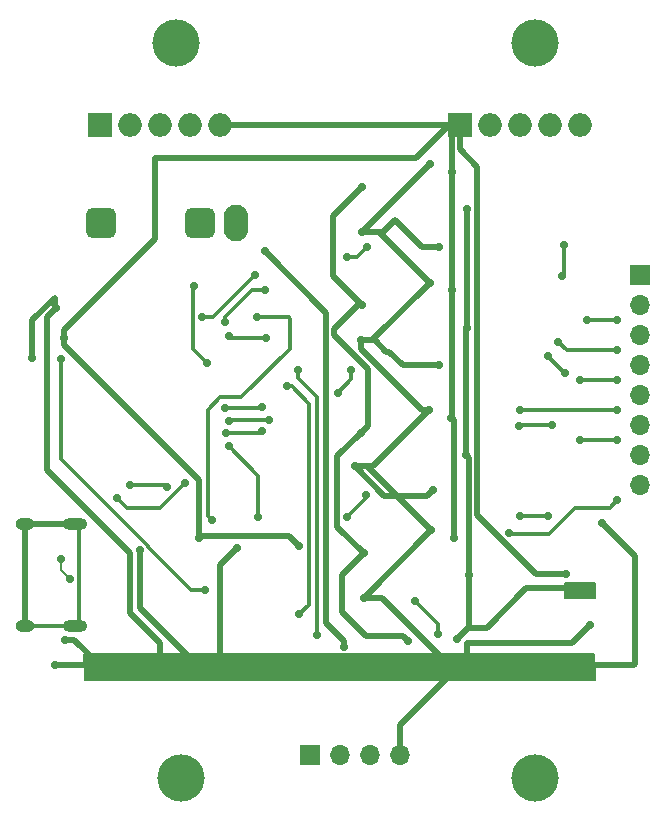
<source format=gbr>
%TF.GenerationSoftware,KiCad,Pcbnew,8.0.5*%
%TF.CreationDate,2024-11-19T03:03:03+05:30*%
%TF.ProjectId,midi,6d696469-2e6b-4696-9361-645f70636258,rev?*%
%TF.SameCoordinates,Original*%
%TF.FileFunction,Copper,L2,Bot*%
%TF.FilePolarity,Positive*%
%FSLAX46Y46*%
G04 Gerber Fmt 4.6, Leading zero omitted, Abs format (unit mm)*
G04 Created by KiCad (PCBNEW 8.0.5) date 2024-11-19 03:03:03*
%MOMM*%
%LPD*%
G01*
G04 APERTURE LIST*
G04 Aperture macros list*
%AMRoundRect*
0 Rectangle with rounded corners*
0 $1 Rounding radius*
0 $2 $3 $4 $5 $6 $7 $8 $9 X,Y pos of 4 corners*
0 Add a 4 corners polygon primitive as box body*
4,1,4,$2,$3,$4,$5,$6,$7,$8,$9,$2,$3,0*
0 Add four circle primitives for the rounded corners*
1,1,$1+$1,$2,$3*
1,1,$1+$1,$4,$5*
1,1,$1+$1,$6,$7*
1,1,$1+$1,$8,$9*
0 Add four rect primitives between the rounded corners*
20,1,$1+$1,$2,$3,$4,$5,0*
20,1,$1+$1,$4,$5,$6,$7,0*
20,1,$1+$1,$6,$7,$8,$9,0*
20,1,$1+$1,$8,$9,$2,$3,0*%
G04 Aperture macros list end*
%TA.AperFunction,Conductor*%
%ADD10C,0.200000*%
%TD*%
%TA.AperFunction,ComponentPad*%
%ADD11RoundRect,0.650000X0.650000X-0.650000X0.650000X0.650000X-0.650000X0.650000X-0.650000X-0.650000X0*%
%TD*%
%TA.AperFunction,ComponentPad*%
%ADD12O,2.100000X3.100000*%
%TD*%
%TA.AperFunction,ComponentPad*%
%ADD13R,1.700000X1.700000*%
%TD*%
%TA.AperFunction,ComponentPad*%
%ADD14O,1.700000X1.700000*%
%TD*%
%TA.AperFunction,ComponentPad*%
%ADD15O,2.100000X1.000000*%
%TD*%
%TA.AperFunction,ComponentPad*%
%ADD16O,1.600000X1.000000*%
%TD*%
%TA.AperFunction,ComponentPad*%
%ADD17R,2.000000X2.000000*%
%TD*%
%TA.AperFunction,ComponentPad*%
%ADD18O,2.000000X2.000000*%
%TD*%
%TA.AperFunction,ViaPad*%
%ADD19C,0.700000*%
%TD*%
%TA.AperFunction,ViaPad*%
%ADD20C,4.000000*%
%TD*%
%TA.AperFunction,Conductor*%
%ADD21C,0.300000*%
%TD*%
%TA.AperFunction,Conductor*%
%ADD22C,0.500000*%
%TD*%
G04 APERTURE END LIST*
D10*
%TO.N,GND*%
X97790000Y-97790000D02*
X54610000Y-97790000D01*
X54533800Y-95580200D01*
X97713800Y-95580200D01*
X97790000Y-97790000D01*
%TA.AperFunction,Conductor*%
G36*
X97790000Y-97790000D02*
G01*
X54610000Y-97790000D01*
X54533800Y-95580200D01*
X97713800Y-95580200D01*
X97790000Y-97790000D01*
G37*
%TD.AperFunction*%
%TO.N,V_MID*%
X97790000Y-90805000D02*
X95250000Y-90805000D01*
X95250000Y-89535000D01*
X97790000Y-89535000D01*
X97790000Y-90805000D01*
%TA.AperFunction,Conductor*%
G36*
X97790000Y-90805000D02*
G01*
X95250000Y-90805000D01*
X95250000Y-89535000D01*
X97790000Y-89535000D01*
X97790000Y-90805000D01*
G37*
%TD.AperFunction*%
%TD*%
D11*
%TO.P,J1,R*%
%TO.N,/esp32/MIDI_IN*%
X64340000Y-59055000D03*
D12*
%TO.P,J1,S*%
%TO.N,MIDI_GND*%
X67440000Y-59055000D03*
D11*
%TO.P,J1,T*%
%TO.N,unconnected-(J1-PadT)*%
X56040000Y-59055000D03*
%TD*%
D13*
%TO.P,J3,1,Pin_1*%
%TO.N,TX*%
X73660000Y-104140000D03*
D14*
%TO.P,J3,2,Pin_2*%
%TO.N,RX*%
X76200000Y-104140000D03*
%TO.P,J3,3,Pin_3*%
%TO.N,MIDI_GND*%
X78740000Y-104140000D03*
%TO.P,J3,4,Pin_4*%
%TO.N,GND*%
X81280000Y-104140000D03*
%TD*%
D15*
%TO.P,J4,S1,SHIELD*%
%TO.N,Net-(J4-SHIELD)*%
X53770000Y-84580000D03*
D16*
X49590000Y-84580000D03*
D15*
X53770000Y-93220000D03*
D16*
X49590000Y-93220000D03*
%TD*%
D13*
%TO.P,J2,1,Pin_1*%
%TO.N,/gate_process/GATE_A_OUT*%
X101600000Y-63500000D03*
D14*
%TO.P,J2,2,Pin_2*%
%TO.N,/gate_process/GATE_B_OUT*%
X101600000Y-66040000D03*
%TO.P,J2,3,Pin_3*%
%TO.N,/gate_process1/GATE_A_OUT*%
X101600000Y-68580000D03*
%TO.P,J2,4,Pin_4*%
%TO.N,/gate_process1/GATE_B_OUT*%
X101600000Y-71120000D03*
%TO.P,J2,5,Pin_5*%
%TO.N,/gate_process2/GATE_A_OUT*%
X101600000Y-73660000D03*
%TO.P,J2,6,Pin_6*%
%TO.N,/gate_process2/GATE_B_OUT*%
X101600000Y-76200000D03*
%TO.P,J2,7,Pin_7*%
%TO.N,/gate_process3/GATE_A_OUT*%
X101600000Y-78740000D03*
%TO.P,J2,8,Pin_8*%
%TO.N,/gate_process3/GATE_B_OUT*%
X101600000Y-81280000D03*
%TD*%
D17*
%TO.P,V_SUPPLY1,1,Pin_1*%
%TO.N,V_SUPPLY*%
X55880000Y-50800000D03*
D18*
%TO.P,V_SUPPLY1,2,Pin_2*%
X58420000Y-50800000D03*
%TO.P,V_SUPPLY1,3,Pin_3*%
X60960000Y-50800000D03*
%TO.P,V_SUPPLY1,4,Pin_4*%
X63500000Y-50800000D03*
%TO.P,V_SUPPLY1,5,Pin_5*%
X66040000Y-50800000D03*
%TD*%
D17*
%TO.P,V_SUPPLY2,1,Pin_1*%
%TO.N,V_SUPPLY*%
X86360000Y-50800000D03*
D18*
%TO.P,V_SUPPLY2,2,Pin_2*%
X88900000Y-50800000D03*
%TO.P,V_SUPPLY2,3,Pin_3*%
X91440000Y-50800000D03*
%TO.P,V_SUPPLY2,4,Pin_4*%
X93980000Y-50800000D03*
%TO.P,V_SUPPLY2,5,Pin_5*%
X96520000Y-50800000D03*
%TD*%
D17*
%TO.P,GND2,1,Pin_1*%
%TO.N,GND*%
X86360000Y-96520000D03*
D18*
%TO.P,GND2,2,Pin_2*%
X88900000Y-96520000D03*
%TO.P,GND2,3,Pin_3*%
X91440000Y-96520000D03*
%TO.P,GND2,4,Pin_4*%
X93980000Y-96520000D03*
%TO.P,GND2,5,Pin_5*%
X96520000Y-96520000D03*
%TD*%
D17*
%TO.P,GND1,1,Pin_1*%
%TO.N,GND*%
X55880000Y-96520000D03*
D18*
%TO.P,GND1,2,Pin_2*%
X58420000Y-96520000D03*
%TO.P,GND1,3,Pin_3*%
X60960000Y-96520000D03*
%TO.P,GND1,4,Pin_4*%
X63500000Y-96520000D03*
%TO.P,GND1,5,Pin_5*%
X66040000Y-96520000D03*
%TD*%
D19*
%TO.N,/esp32/GATE_6*%
X78435200Y-82092800D03*
%TO.N,Net-(SW2-B)*%
X64770000Y-90170000D03*
X52578000Y-70612000D03*
%TO.N,GND*%
X57353200Y-82372200D03*
X63144400Y-81102200D03*
%TO.N,Net-(SW1-B)*%
X69215000Y-67056000D03*
X65405000Y-84201000D03*
%TO.N,GND*%
X84582000Y-61087000D03*
X84595165Y-71133165D03*
X84124800Y-81686400D03*
X67528500Y-86578500D03*
X50165000Y-70485000D03*
%TO.N,V_MID*%
X96489499Y-90012499D03*
%TO.N,GND*%
X97409000Y-93091000D03*
%TO.N,V_SUPPLY*%
X95377000Y-88773000D03*
%TO.N,V_MID*%
X86156800Y-94284800D03*
X81991200Y-94437200D03*
%TO.N,MIDI_GND*%
X76555600Y-94930200D03*
X69850000Y-61468000D03*
%TO.N,RX*%
X74295000Y-93929200D03*
X72720200Y-71526400D03*
%TO.N,TX*%
X71780400Y-72898000D03*
X72771000Y-92208002D03*
%TO.N,/esp32/MIDI_IN*%
X63881000Y-64389000D03*
X64960500Y-70929500D03*
%TO.N,/esp32/GATE_8*%
X82575400Y-91084400D03*
X84531200Y-93878400D03*
X69316600Y-83972400D03*
X66802000Y-77993000D03*
%TO.N,/esp32/GATE_7*%
X61581573Y-81383070D03*
X58445400Y-81280000D03*
%TO.N,/esp32/GATE_6*%
X69596000Y-76682600D03*
X66548000Y-76809600D03*
X76835000Y-83921600D03*
%TO.N,/esp32/GATE_5*%
X70205600Y-75717400D03*
X66827400Y-75869800D03*
%TO.N,/esp32/GATE_4*%
X77165200Y-71475600D03*
X69646800Y-74650600D03*
X66497200Y-74752200D03*
X76047600Y-73431400D03*
%TO.N,/esp32/GATE_3*%
X69977000Y-68834000D03*
X66878200Y-68630800D03*
%TO.N,/esp32/GATE_2*%
X69870398Y-64775002D03*
X66522600Y-67462400D03*
X76835000Y-61976000D03*
X78562200Y-61061600D03*
%TO.N,/esp32/GATE_1*%
X69011800Y-63449200D03*
X64592200Y-67005200D03*
%TO.N,V_SUPPLY*%
X72796400Y-86436200D03*
%TO.N,GND*%
X59284500Y-86716500D03*
%TO.N,V_SUPPLY*%
X64262000Y-85725000D03*
X52832000Y-68775000D03*
%TO.N,GND*%
X52197000Y-66265000D03*
X52959000Y-94361000D03*
D20*
%TO.N,*%
X62377580Y-43815000D03*
X62784908Y-106045000D03*
X92710000Y-106045000D03*
X92710000Y-106045000D03*
X92710000Y-106045000D03*
X92710000Y-43815000D03*
X92710000Y-43815000D03*
X92710000Y-43815000D03*
X92710000Y-106045000D03*
X62377580Y-43815000D03*
X62784908Y-106045000D03*
X62784908Y-106045000D03*
X92710000Y-43815000D03*
X62784908Y-106045000D03*
X62377580Y-43815000D03*
X62377580Y-43815000D03*
D19*
%TO.N,GND*%
X83950000Y-85090000D03*
X77978000Y-69011800D03*
X83820000Y-54105000D03*
X78105000Y-59820000D03*
X83732500Y-74930000D03*
X98425000Y-84455000D03*
X78235000Y-90805000D03*
X77470000Y-79654400D03*
X52070000Y-96520000D03*
X83819090Y-64135000D03*
%TO.N,V_SUPPLY*%
X85637500Y-75565000D03*
X85855000Y-85725000D03*
X85725000Y-54740000D03*
X85724090Y-64770000D03*
%TO.N,Net-(D2-A)*%
X95224600Y-60909200D03*
X95046800Y-63525400D03*
%TO.N,Net-(U1-IO19)*%
X53411473Y-89250000D03*
X52654200Y-87503000D03*
%TO.N,V_MID*%
X86995000Y-57915000D03*
X78235000Y-86995000D03*
X78105000Y-56010000D03*
X87125000Y-88900000D03*
X78104090Y-66040000D03*
X86907500Y-78740000D03*
X78017500Y-76835000D03*
X86994090Y-67945000D03*
%TO.N,Net-(D4-A)*%
X93878400Y-70307200D03*
X95250000Y-71805800D03*
%TO.N,Net-(D6-A)*%
X91389200Y-76250800D03*
X94183200Y-76200000D03*
%TO.N,Net-(D8-A)*%
X91465400Y-83896200D03*
X93878400Y-83845400D03*
%TO.N,/gate_process1/GATE_A_OUT*%
X97155000Y-67310000D03*
X99695000Y-67310000D03*
%TO.N,/gate_process3/GATE_B_OUT*%
X99695000Y-82550000D03*
X90566200Y-85333800D03*
%TO.N,/gate_process2/GATE_A_OUT*%
X96520000Y-72390000D03*
X99695000Y-72390000D03*
%TO.N,/gate_process1/GATE_B_OUT*%
X94716600Y-69113400D03*
X99695000Y-69850000D03*
%TO.N,/gate_process3/GATE_A_OUT*%
X96520000Y-77470000D03*
X99695000Y-77470000D03*
%TO.N,/gate_process2/GATE_B_OUT*%
X99695000Y-74930000D03*
X91440000Y-74930000D03*
%TD*%
D21*
%TO.N,Net-(D8-A)*%
X91465400Y-83896200D02*
X91516200Y-83845400D01*
X91516200Y-83845400D02*
X93878400Y-83845400D01*
%TO.N,/esp32/GATE_2*%
X77647800Y-61976000D02*
X76835000Y-61976000D01*
X78562200Y-61061600D02*
X77647800Y-61976000D01*
D22*
%TO.N,V_MID*%
X78105000Y-56010000D02*
X75615800Y-58499200D01*
X75615800Y-58499200D02*
X75615800Y-63551710D01*
X75615800Y-63551710D02*
X78104090Y-66040000D01*
D21*
%TO.N,/esp32/GATE_2*%
X69870398Y-64775002D02*
X68806002Y-64775002D01*
X66522600Y-67058404D02*
X66522600Y-67462400D01*
X68806002Y-64775002D02*
X66522600Y-67058404D01*
%TO.N,/esp32/GATE_1*%
X69011800Y-63449200D02*
X65455800Y-67005200D01*
X65455800Y-67005200D02*
X64592200Y-67005200D01*
%TO.N,/esp32/GATE_3*%
X67081400Y-68834000D02*
X69977000Y-68834000D01*
X66878200Y-68630800D02*
X67081400Y-68834000D01*
D22*
%TO.N,GND*%
X80137000Y-69977000D02*
X80391000Y-69977000D01*
X83184090Y-74930000D02*
X83732500Y-74930000D01*
X81547165Y-71133165D02*
X84595165Y-71133165D01*
X77978000Y-69011800D02*
X79171800Y-69011800D01*
X80391000Y-69977000D02*
X81547165Y-71133165D01*
X77978000Y-69723910D02*
X83184090Y-74930000D01*
X77978000Y-69011800D02*
X77978000Y-69723910D01*
X79171800Y-69011800D02*
X80137000Y-69977000D01*
X83819090Y-64135000D02*
X78942290Y-69011800D01*
X78942290Y-69011800D02*
X77978000Y-69011800D01*
D21*
%TO.N,/esp32/GATE_4*%
X77165200Y-71475600D02*
X77165200Y-72313800D01*
X77165200Y-72313800D02*
X76047600Y-73431400D01*
D22*
%TO.N,V_SUPPLY*%
X60579000Y-60393000D02*
X60579000Y-53594000D01*
X52832000Y-68775000D02*
X52832000Y-68140000D01*
X52832000Y-68775000D02*
X52832000Y-69410000D01*
X52832000Y-69410000D02*
X64262000Y-80840000D01*
X60579000Y-53594000D02*
X82677000Y-53594000D01*
X82677000Y-53594000D02*
X85471000Y-50800000D01*
X52832000Y-68140000D02*
X60579000Y-60393000D01*
X64262000Y-80840000D02*
X64262000Y-85725000D01*
X85471000Y-50800000D02*
X86360000Y-50800000D01*
D21*
%TO.N,RX*%
X74310000Y-73802000D02*
X74310000Y-93914200D01*
X72720200Y-71526400D02*
X72720200Y-72212200D01*
X72720200Y-72212200D02*
X74310000Y-73802000D01*
X74310000Y-93914200D02*
X74295000Y-93929200D01*
%TO.N,TX*%
X72136000Y-72898000D02*
X73598000Y-74360000D01*
X73598000Y-74360000D02*
X73598000Y-91381002D01*
X73598000Y-91381002D02*
X72771000Y-92208002D01*
X71780400Y-72898000D02*
X72136000Y-72898000D01*
%TO.N,/gate_process3/GATE_B_OUT*%
X90566200Y-85333800D02*
X90601800Y-85369400D01*
X93929200Y-85369400D02*
X96113600Y-83185000D01*
X90601800Y-85369400D02*
X93929200Y-85369400D01*
X99060000Y-83185000D02*
X99695000Y-82550000D01*
X96113600Y-83185000D02*
X99060000Y-83185000D01*
%TO.N,GND*%
X63144400Y-81102200D02*
X61036200Y-83210400D01*
X61036200Y-83210400D02*
X58191400Y-83210400D01*
X58191400Y-83210400D02*
X57353200Y-82372200D01*
%TO.N,/esp32/GATE_7*%
X58445400Y-81280000D02*
X61478503Y-81280000D01*
X61478503Y-81280000D02*
X61581573Y-81383070D01*
%TO.N,Net-(SW2-B)*%
X52578000Y-70612000D02*
X52578000Y-79020050D01*
X52578000Y-79020050D02*
X59984500Y-86426550D01*
X59984500Y-86426550D02*
X59984500Y-86502100D01*
X59984500Y-86502100D02*
X63652400Y-90170000D01*
X63652400Y-90170000D02*
X64770000Y-90170000D01*
%TO.N,/esp32/GATE_8*%
X69316600Y-80507600D02*
X66802000Y-77993000D01*
X69316600Y-83972400D02*
X69316600Y-80507600D01*
D22*
%TO.N,V_SUPPLY*%
X72796400Y-86436200D02*
X71958200Y-85598000D01*
X64389000Y-85598000D02*
X64262000Y-85725000D01*
X71958200Y-85598000D02*
X64389000Y-85598000D01*
D21*
%TO.N,/esp32/GATE_6*%
X69596000Y-76682600D02*
X69469000Y-76809600D01*
X69469000Y-76809600D02*
X66548000Y-76809600D01*
%TO.N,/esp32/GATE_5*%
X70205600Y-75717400D02*
X70180200Y-75742800D01*
X66954400Y-75742800D02*
X66827400Y-75869800D01*
X70180200Y-75742800D02*
X66954400Y-75742800D01*
%TO.N,/esp32/GATE_4*%
X69646800Y-74650600D02*
X69545200Y-74752200D01*
X69545200Y-74752200D02*
X66497200Y-74752200D01*
%TO.N,Net-(SW1-B)*%
X69215000Y-67056000D02*
X71882000Y-67056000D01*
X66116200Y-73837800D02*
X65074800Y-74879200D01*
X71882000Y-67056000D02*
X72009000Y-67183000D01*
X72009000Y-67183000D02*
X72009000Y-69723000D01*
X72009000Y-69723000D02*
X67894200Y-73837800D01*
X65074800Y-83870800D02*
X65405000Y-84201000D01*
X67894200Y-73837800D02*
X66116200Y-73837800D01*
X65074800Y-74879200D02*
X65074800Y-83870800D01*
D22*
%TO.N,MIDI_GND*%
X76555600Y-94459229D02*
X75057000Y-92960629D01*
X75057000Y-92960629D02*
X75057000Y-66675000D01*
X76555600Y-94930200D02*
X76555600Y-94459229D01*
X75057000Y-66675000D02*
X69850000Y-61468000D01*
D21*
%TO.N,Net-(D6-A)*%
X94183200Y-76200000D02*
X91440000Y-76200000D01*
X91440000Y-76200000D02*
X91389200Y-76250800D01*
%TO.N,/esp32/GATE_8*%
X82575400Y-91084400D02*
X84531200Y-93040200D01*
X84531200Y-93040200D02*
X84531200Y-93878400D01*
%TO.N,/esp32/GATE_6*%
X78435200Y-82092800D02*
X78435200Y-82321400D01*
X78435200Y-82321400D02*
X76835000Y-83921600D01*
D22*
%TO.N,GND*%
X78514400Y-79654400D02*
X83950000Y-85090000D01*
X79008100Y-79654400D02*
X77470000Y-79654400D01*
X77470000Y-79654400D02*
X78514400Y-79654400D01*
X83732500Y-74930000D02*
X79008100Y-79654400D01*
%TO.N,V_MID*%
X78017500Y-76835000D02*
X76022200Y-78830300D01*
X76022200Y-78830300D02*
X76022200Y-84782200D01*
X76022200Y-84782200D02*
X78235000Y-86995000D01*
D21*
%TO.N,Net-(D4-A)*%
X93878400Y-70307200D02*
X93878400Y-70434200D01*
X93878400Y-70434200D02*
X95250000Y-71805800D01*
%TO.N,/gate_process1/GATE_B_OUT*%
X99695000Y-69850000D02*
X95453200Y-69850000D01*
X95453200Y-69850000D02*
X94716600Y-69113400D01*
%TO.N,Net-(D2-A)*%
X95224600Y-63347600D02*
X95224600Y-60909200D01*
X95046800Y-63525400D02*
X95224600Y-63347600D01*
D10*
%TO.N,Net-(U1-IO19)*%
X52654200Y-87503000D02*
X52578000Y-87579200D01*
X52578000Y-88416527D02*
X53411473Y-89250000D01*
X52578000Y-87579200D02*
X52578000Y-88416527D01*
D22*
%TO.N,GND*%
X78235000Y-90805000D02*
X79756000Y-90805000D01*
X79756000Y-90805000D02*
X85471000Y-96520000D01*
X85471000Y-96520000D02*
X86360000Y-96520000D01*
%TO.N,V_MID*%
X81991200Y-94437200D02*
X81564000Y-94010000D01*
X78414400Y-94010000D02*
X76377800Y-91973400D01*
X76377800Y-91973400D02*
X76377800Y-88852200D01*
X76377800Y-88852200D02*
X78235000Y-86995000D01*
X81564000Y-94010000D02*
X78414400Y-94010000D01*
X88646000Y-93345000D02*
X91978501Y-90012499D01*
X86156800Y-94284800D02*
X87096600Y-93345000D01*
X87096600Y-93345000D02*
X88646000Y-93345000D01*
X91978501Y-90012499D02*
X96489499Y-90012499D01*
X86156800Y-94284800D02*
X87125000Y-93316600D01*
X87125000Y-93316600D02*
X87125000Y-88900000D01*
%TO.N,GND*%
X84582000Y-61087000D02*
X83185000Y-61087000D01*
X83185000Y-61087000D02*
X80899000Y-58801000D01*
X80899000Y-58801000D02*
X79880000Y-59820000D01*
X79880000Y-59820000D02*
X78105000Y-59820000D01*
X101219000Y-87249000D02*
X101219000Y-96393000D01*
X98425000Y-84455000D02*
X101219000Y-87249000D01*
X101092000Y-96520000D02*
X96520000Y-96520000D01*
X101219000Y-96393000D02*
X101092000Y-96520000D01*
X67528500Y-86578500D02*
X66040000Y-88067000D01*
X66040000Y-88067000D02*
X66040000Y-96520000D01*
X59284500Y-86716500D02*
X59284500Y-91669500D01*
X59284500Y-91669500D02*
X63500000Y-95885000D01*
X63500000Y-95885000D02*
X63500000Y-96520000D01*
X52197000Y-66265000D02*
X51447000Y-67015000D01*
X58420000Y-86995000D02*
X58420000Y-92075000D01*
X58420000Y-92075000D02*
X60960000Y-94615000D01*
X51447000Y-80022000D02*
X58420000Y-86995000D01*
X51447000Y-67015000D02*
X51447000Y-80022000D01*
X60960000Y-94615000D02*
X60960000Y-96520000D01*
X60960000Y-96520000D02*
X66040000Y-96520000D01*
D21*
%TO.N,Net-(J4-SHIELD)*%
X53770000Y-93220000D02*
X54117000Y-92873000D01*
X54117000Y-92873000D02*
X54117000Y-84927000D01*
X54117000Y-84927000D02*
X53770000Y-84580000D01*
X49590000Y-93220000D02*
X53770000Y-93220000D01*
D22*
X49590000Y-84580000D02*
X49590000Y-93220000D01*
X49590000Y-84580000D02*
X53770000Y-84580000D01*
%TO.N,GND*%
X52070000Y-96520000D02*
X55880000Y-96520000D01*
X52959000Y-94361000D02*
X53721000Y-94361000D01*
X53721000Y-94361000D02*
X55880000Y-96520000D01*
X50165000Y-67310000D02*
X52070000Y-65405000D01*
X50165000Y-70485000D02*
X50165000Y-67310000D01*
X52070000Y-65405000D02*
X52070000Y-66138000D01*
X52070000Y-66138000D02*
X52197000Y-66265000D01*
D21*
%TO.N,/esp32/MIDI_IN*%
X63754000Y-64516000D02*
X63881000Y-64389000D01*
X64960500Y-70929500D02*
X63754000Y-69723000D01*
X63754000Y-69723000D02*
X63754000Y-64516000D01*
D22*
%TO.N,GND*%
X95885000Y-94615000D02*
X86995000Y-94615000D01*
X97409000Y-93091000D02*
X95885000Y-94615000D01*
X86995000Y-94615000D02*
X86995000Y-95885000D01*
X86995000Y-95885000D02*
X86360000Y-96520000D01*
%TO.N,V_SUPPLY*%
X95377000Y-88773000D02*
X92837000Y-88773000D01*
X92837000Y-88773000D02*
X87825000Y-83761000D01*
X86360000Y-52832000D02*
X86360000Y-50800000D01*
X87825000Y-83761000D02*
X87825000Y-54297000D01*
X87825000Y-54297000D02*
X86360000Y-52832000D01*
%TO.N,V_MID*%
X86994090Y-67945000D02*
X86994090Y-57915910D01*
X86994090Y-57915910D02*
X86995000Y-57915000D01*
X86907500Y-78740000D02*
X86907500Y-68031590D01*
X86907500Y-68031590D02*
X86994090Y-67945000D01*
X87125000Y-88900000D02*
X87125000Y-78957500D01*
X87125000Y-78957500D02*
X86907500Y-78740000D01*
X78104090Y-66040000D02*
X77724000Y-66040000D01*
X77724000Y-66040000D02*
X75757000Y-68007000D01*
X75757000Y-68570219D02*
X78616120Y-71429339D01*
X75757000Y-68007000D02*
X75757000Y-68570219D01*
X78616120Y-71429339D02*
X78616120Y-76236380D01*
X78616120Y-76236380D02*
X78017500Y-76835000D01*
%TO.N,V_SUPPLY*%
X85725000Y-54740000D02*
X85725000Y-51435000D01*
X85725000Y-51435000D02*
X86360000Y-50800000D01*
X85724090Y-64770000D02*
X85724090Y-54740910D01*
X85724090Y-54740910D02*
X85725000Y-54740000D01*
X85637500Y-75565000D02*
X85724090Y-75478410D01*
X85724090Y-75478410D02*
X85724090Y-64770000D01*
X85855000Y-85725000D02*
X85855000Y-75782500D01*
X85855000Y-75782500D02*
X85637500Y-75565000D01*
%TO.N,GND*%
X78105000Y-59820000D02*
X79504090Y-59820000D01*
X79504090Y-59820000D02*
X83819090Y-64135000D01*
X81280000Y-104140000D02*
X81280000Y-101600000D01*
X81280000Y-101600000D02*
X86360000Y-96520000D01*
X83820000Y-54105000D02*
X78105000Y-59820000D01*
X83950000Y-85090000D02*
X78235000Y-90805000D01*
X86360000Y-96520000D02*
X66040000Y-96520000D01*
%TO.N,V_SUPPLY*%
X86360000Y-50800000D02*
X66040000Y-50800000D01*
D21*
%TO.N,/gate_process1/GATE_A_OUT*%
X99695000Y-67310000D02*
X97155000Y-67310000D01*
%TO.N,/gate_process2/GATE_A_OUT*%
X99695000Y-72390000D02*
X96520000Y-72390000D01*
%TO.N,/gate_process3/GATE_A_OUT*%
X99695000Y-77470000D02*
X96520000Y-77470000D01*
%TO.N,/gate_process2/GATE_B_OUT*%
X99695000Y-74930000D02*
X91440000Y-74930000D01*
D22*
%TO.N,GND*%
X79999720Y-82184120D02*
X77470000Y-79654400D01*
X83627080Y-82184120D02*
X79999720Y-82184120D01*
X84124800Y-81686400D02*
X83627080Y-82184120D01*
%TD*%
M02*

</source>
